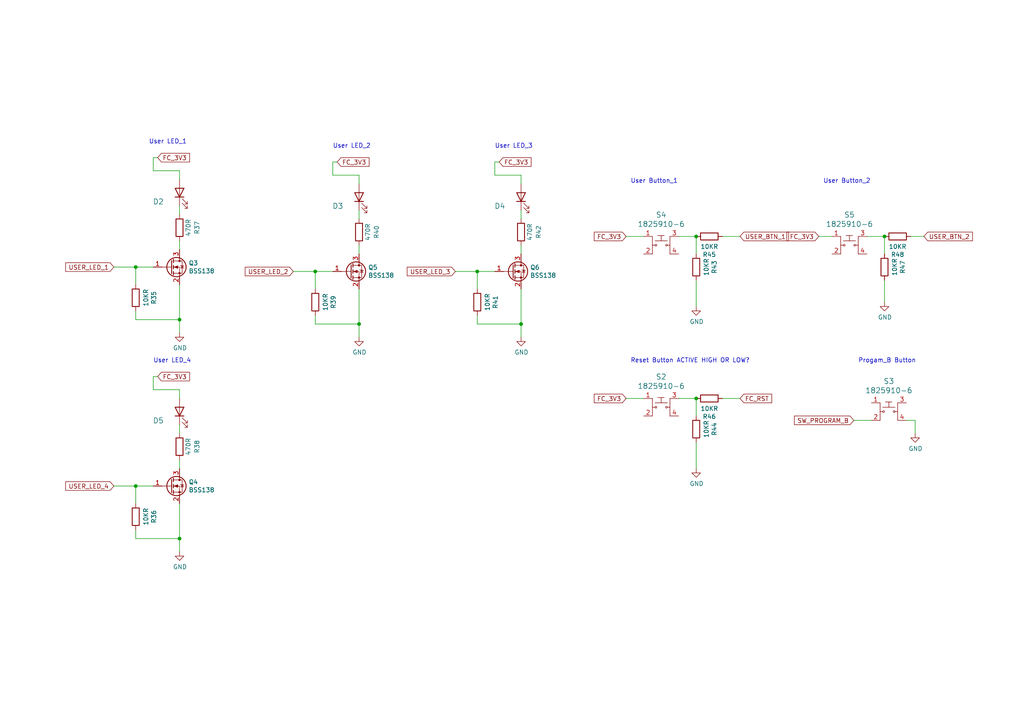
<source format=kicad_sch>
(kicad_sch (version 20230121) (generator eeschema)
  (paper "A4")
  (title_block (title "FOBOS Artix-7 a12t DUT - User Buttons and I/O") (rev "1.0") (company "Cryptographic Engineering Research Group") (comment 1 "License: Apache License Version 2.0") (comment 2 "Copyright © Cryptographic Engineering Research Group") (comment 3 "Author: Jens-Peter Kaps, Eddie Ferrufino") (comment 4 "Project: FOBOS Artix-7 a12t DUT"))
  (lib_symbols
    (symbol "Device:LED" (pin_numbers hide) (pin_names (offset 1.016) hide)
      (property "Reference" "D" (at 0 2.54 0))
      (property "Value" "LED" (at 0 -2.54 0))
      (symbol "LED_0_1"
        (polyline (pts (xy -1.27 -1.27) (xy -1.27 1.27)) (stroke (width 0.254)))
        (polyline (pts (xy -1.27 0) (xy 1.27 0)))
        (polyline (pts (xy 1.27 -1.27) (xy 1.27 1.27) (xy -1.27 0) (xy 1.27 -1.27)) (stroke (width 0.254)))
        (polyline (pts (xy -3.048 -0.762) (xy -4.572 -2.286) (xy -3.81 -2.286) (xy -4.572 -2.286) (xy -4.572 -1.524)))
        (polyline (pts (xy -1.778 -0.762) (xy -3.302 -2.286) (xy -2.54 -2.286) (xy -3.302 -2.286) (xy -3.302 -1.524)))
      )
      (symbol "LED_1_1"
        (pin passive line (at -3.81 0 0) (length 2.54) (name "K") (number "1"))
        (pin passive line (at 3.81 0 180) (length 2.54) (name "A") (number "2"))
      )
    )
    (symbol "Device:R" (pin_numbers hide) (pin_names (offset 0))
      (property "Reference" "R" (at 2.032 0 90))
      (property "Value" "R" (at 0 0 90))
      (symbol "R_0_1"
        (rectangle (start -1.016 -2.54) (end 1.016 2.54) (stroke (width 0.254)))
      )
      (symbol "R_1_1"
        (pin passive line (at 0 3.81 270) (length 1.27) (name "~") (number "1"))
        (pin passive line (at 0 -3.81 90) (length 1.27) (name "~") (number "2"))
      )
    )
    (symbol "Transistor_FET:BSS138" (pin_names hide)
      (property "Reference" "Q" (at 5.08 1.905 0))
      (property "Value" "BSS138" (at 5.08 0 0))
      (symbol "BSS138_0_1"
        (polyline (pts (xy 0.254 0) (xy -2.54 0)))
        (polyline (pts (xy 0.254 1.905) (xy 0.254 -1.905)) (stroke (width 0.254)))
        (polyline (pts (xy 0.762 -1.27) (xy 0.762 -2.286)) (stroke (width 0.254)))
        (polyline (pts (xy 0.762 0.508) (xy 0.762 -0.508)) (stroke (width 0.254)))
        (polyline (pts (xy 0.762 2.286) (xy 0.762 1.27)) (stroke (width 0.254)))
        (polyline (pts (xy 2.54 2.54) (xy 2.54 1.778)))
        (polyline (pts (xy 2.54 -2.54) (xy 2.54 0) (xy 0.762 0)))
        (polyline (pts (xy 0.762 -1.778) (xy 3.302 -1.778) (xy 3.302 1.778) (xy 0.762 1.778)))
        (polyline (pts (xy 1.016 0) (xy 2.032 0.381) (xy 2.032 -0.381) (xy 1.016 0)) (fill (type outline)))
        (polyline (pts (xy 2.794 0.508) (xy 2.921 0.381) (xy 3.683 0.381) (xy 3.81 0.254)))
        (polyline (pts (xy 3.302 0.381) (xy 2.921 -0.254) (xy 3.683 -0.254) (xy 3.302 0.381)))
        (circle (center 1.651 0) (radius 2.794) (stroke (width 0.254)))
        (circle (center 2.54 -1.778) (radius 0.254) (fill (type outline)))
        (circle (center 2.54 1.778) (radius 0.254) (fill (type outline)))
      )
      (symbol "BSS138_1_1"
        (pin input line (at -5.08 0 0) (length 2.54) (name "G") (number "1"))
        (pin passive line (at 2.54 -5.08 90) (length 2.54) (name "S") (number "2"))
        (pin passive line (at 2.54 5.08 270) (length 2.54) (name "D") (number "3"))
      )
    )
    (symbol "cerg:1825910-6" (pin_names (offset 1.016))
      (property "Reference" "S" (at 0 4.572 0))
      (property "Value" "1825910-6" (at 0.127 -5.08 0))
      (symbol "1825910-6_0_1"
        (circle (center -1.524 0) (radius 0.254))
        (polyline (pts (xy -2.54 2.54) (xy -2.54 -2.54)))
        (polyline (pts (xy -1.778 0) (xy -2.54 0)))
        (polyline (pts (xy -1.778 1.27) (xy 1.778 1.27)))
        (polyline (pts (xy 2.54 -2.54) (xy 2.54 2.54)))
        (polyline (pts (xy 2.54 0) (xy 1.778 0)))
        (circle (center 1.524 0) (radius 0.254))
      )
      (symbol "1825910-6_1_1"
        (polyline (pts (xy -1.016 2.794) (xy 0.889 2.794)))
        (polyline (pts (xy 0 2.794) (xy 0 1.27)))
        (pin passive line (at -5.08 2.54 0) (length 2.54) (name "~") (number "1"))
        (pin passive line (at -5.08 -2.54 0) (length 2.54) (name "~") (number "2"))
        (pin passive line (at 5.08 2.54 180) (length 2.54) (name "~") (number "3"))
        (pin passive line (at 5.08 -2.54 180) (length 2.54) (name "~") (number "4"))
      )
    )
    (symbol "power:GND" (power) (pin_names (offset 0))
      (property "Value" "GND" (at 0 -3.81 0))
      (symbol "GND_0_1"
        (polyline (pts (xy 0 0) (xy 0 -1.27) (xy 1.27 -1.27) (xy 0 -2.54) (xy -1.27 -1.27) (xy 0 -1.27)))
      )
      (symbol "GND_1_1"
        (pin power_in line (at 0 0 270) (length 0) hide (name "GND") (number "1"))
      )
    )
  )
  (junction (at 91.44 78.74))
  (junction (at 52.07 92.71))
  (junction (at 138.43 78.74))
  (junction (at 256.54 68.58))
  (junction (at 104.14 93.98))
  (junction (at 39.37 140.97))
  (junction (at 151.13 93.98))
  (junction (at 39.37 77.47))
  (junction (at 201.93 115.57))
  (junction (at 201.93 68.58))
  (junction (at 52.07 156.21))
  (wire (pts (xy 144.78 46.99) (xy 143.51 46.99)))
  (wire (pts (xy 96.52 46.99) (xy 96.52 50.8)))
  (wire (pts (xy 45.72 109.22) (xy 44.45 109.22)))
  (wire (pts (xy 39.37 156.21) (xy 52.07 156.21)))
  (wire (pts (xy 91.44 91.44) (xy 91.44 93.98)))
  (wire (pts (xy 52.07 135.89) (xy 52.07 133.35)))
  (wire (pts (xy 143.51 46.99) (xy 143.51 50.8)))
  (wire (pts (xy 39.37 90.17) (xy 39.37 92.71)))
  (wire (pts (xy 44.45 45.72) (xy 44.45 49.53)))
  (wire (pts (xy 39.37 77.47) (xy 33.02 77.47)))
  (wire (pts (xy 151.13 93.98) (xy 151.13 97.79)))
  (wire (pts (xy 262.89 121.92) (xy 265.43 121.92)))
  (wire (pts (xy 52.07 72.39) (xy 52.07 69.85)))
  (wire (pts (xy 196.85 115.57) (xy 201.93 115.57)))
  (wire (pts (xy 214.63 68.58) (xy 209.55 68.58)))
  (wire (pts (xy 181.61 115.57) (xy 186.69 115.57)))
  (wire (pts (xy 39.37 153.67) (xy 39.37 156.21)))
  (wire (pts (xy 251.46 68.58) (xy 256.54 68.58)))
  (wire (pts (xy 256.54 73.66) (xy 256.54 68.58)))
  (wire (pts (xy 97.79 46.99) (xy 96.52 46.99)))
  (wire (pts (xy 91.44 78.74) (xy 85.09 78.74)))
  (wire (pts (xy 181.61 68.58) (xy 186.69 68.58)))
  (wire (pts (xy 52.07 62.23) (xy 52.07 59.69)))
  (wire (pts (xy 143.51 50.8) (xy 151.13 50.8)))
  (wire (pts (xy 91.44 78.74) (xy 91.44 83.82)))
  (wire (pts (xy 52.07 146.05) (xy 52.07 156.21)))
  (wire (pts (xy 151.13 83.82) (xy 151.13 93.98)))
  (wire (pts (xy 52.07 82.55) (xy 52.07 92.71)))
  (wire (pts (xy 39.37 140.97) (xy 33.02 140.97)))
  (wire (pts (xy 52.07 156.21) (xy 52.07 160.02)))
  (wire (pts (xy 44.45 113.03) (xy 52.07 113.03)))
  (wire (pts (xy 39.37 140.97) (xy 39.37 146.05)))
  (wire (pts (xy 52.07 113.03) (xy 52.07 115.57)))
  (wire (pts (xy 138.43 91.44) (xy 138.43 93.98)))
  (wire (pts (xy 143.51 78.74) (xy 138.43 78.74)))
  (wire (pts (xy 201.93 128.27) (xy 201.93 135.89)))
  (wire (pts (xy 201.93 73.66) (xy 201.93 68.58)))
  (wire (pts (xy 96.52 78.74) (xy 91.44 78.74)))
  (wire (pts (xy 201.93 81.28) (xy 201.93 88.9)))
  (wire (pts (xy 39.37 77.47) (xy 39.37 82.55)))
  (wire (pts (xy 91.44 93.98) (xy 104.14 93.98)))
  (wire (pts (xy 138.43 93.98) (xy 151.13 93.98)))
  (wire (pts (xy 96.52 50.8) (xy 104.14 50.8)))
  (wire (pts (xy 201.93 120.65) (xy 201.93 115.57)))
  (wire (pts (xy 151.13 73.66) (xy 151.13 71.12)))
  (wire (pts (xy 104.14 50.8) (xy 104.14 53.34)))
  (wire (pts (xy 151.13 50.8) (xy 151.13 53.34)))
  (wire (pts (xy 52.07 123.19) (xy 52.07 125.73)))
  (wire (pts (xy 151.13 63.5) (xy 151.13 60.96)))
  (wire (pts (xy 138.43 78.74) (xy 132.08 78.74)))
  (wire (pts (xy 52.07 49.53) (xy 52.07 52.07)))
  (wire (pts (xy 138.43 78.74) (xy 138.43 83.82)))
  (wire (pts (xy 256.54 81.28) (xy 256.54 87.63)))
  (wire (pts (xy 214.63 115.57) (xy 209.55 115.57)))
  (wire (pts (xy 104.14 63.5) (xy 104.14 60.96)))
  (wire (pts (xy 52.07 92.71) (xy 52.07 96.52)))
  (wire (pts (xy 44.45 49.53) (xy 52.07 49.53)))
  (wire (pts (xy 104.14 73.66) (xy 104.14 71.12)))
  (wire (pts (xy 39.37 92.71) (xy 52.07 92.71)))
  (wire (pts (xy 252.73 121.92) (xy 247.65 121.92)))
  (wire (pts (xy 104.14 83.82) (xy 104.14 93.98)))
  (wire (pts (xy 45.72 45.72) (xy 44.45 45.72)))
  (wire (pts (xy 267.97 68.58) (xy 264.16 68.58)))
  (wire (pts (xy 196.85 68.58) (xy 201.93 68.58)))
  (wire (pts (xy 44.45 109.22) (xy 44.45 113.03)))
  (wire (pts (xy 44.45 140.97) (xy 39.37 140.97)))
  (wire (pts (xy 265.43 121.92) (xy 265.43 125.73)))
  (wire (pts (xy 237.49 68.58) (xy 241.3 68.58)))
  (wire (pts (xy 44.45 77.47) (xy 39.37 77.47)))
  (wire (pts (xy 104.14 93.98) (xy 104.14 97.79)))
  (text "User LED_2\n" (at 96.52 43.18 0) (effects (font (size 1.27 1.27)) (justify left bottom)))
  (text "User LED_3" (at 143.51 43.18 0) (effects (font (size 1.27 1.27)) (justify left bottom)))
  (text "User LED_1" (at 43.18 41.91 0) (effects (font (size 1.27 1.27)) (justify left bottom)))
  (text "Reset Button ACTIVE HIGH OR LOW?" (at 182.88 105.41 0) (effects (font (size 1.27 1.27)) (justify left bottom)))
  (text "User Button_1" (at 182.88 53.34 0) (effects (font (size 1.27 1.27)) (justify left bottom)))
  (text "User LED_4" (at 44.45 105.41 0) (effects (font (size 1.27 1.27)) (justify left bottom)))
  (text "Progam_B Button" (at 248.92 105.41 0) (effects (font (size 1.27 1.27)) (justify left bottom)))
  (text "User Button_2" (at 238.76 53.34 0) (effects (font (size 1.27 1.27)) (justify left bottom)))
  (global_label "FC_3V3" (shape input) (at 144.78 46.99 0) (property "Intersheetrefs" "${INTERSHEET_REFS}" (effects hide)))
  (global_label "FC_3V3" (shape input) (at 45.72 109.22 0) (property "Intersheetrefs" "${INTERSHEET_REFS}" (effects hide)))
  (global_label "FC_3V3" (shape input) (at 181.61 115.57 180) (property "Intersheetrefs" "${INTERSHEET_REFS}" (effects hide)))
  (global_label "SW_PROGRAM_B" (shape input) (at 247.65 121.92 180) (property "Intersheetrefs" "${INTERSHEET_REFS}" (effects hide)))
  (global_label "FC_3V3" (shape input) (at 45.72 45.72 0) (property "Intersheetrefs" "${INTERSHEET_REFS}" (effects hide)))
  (global_label "FC_3V3" (shape input) (at 97.79 46.99 0) (property "Intersheetrefs" "${INTERSHEET_REFS}" (effects hide)))
  (global_label "USER_LED_2" (shape input) (at 85.09 78.74 180) (property "Intersheetrefs" "${INTERSHEET_REFS}" (effects hide)))
  (global_label "FC_3V3" (shape input) (at 181.61 68.58 180) (property "Intersheetrefs" "${INTERSHEET_REFS}" (effects hide)))
  (global_label "USER_LED_1" (shape input) (at 33.02 77.47 180) (property "Intersheetrefs" "${INTERSHEET_REFS}" (effects hide)))
  (global_label "FC_3V3" (shape input) (at 237.49 68.58 180) (property "Intersheetrefs" "${INTERSHEET_REFS}" (effects hide)))
  (global_label "FC_RST" (shape input) (at 214.63 115.57 0) (property "Intersheetrefs" "${INTERSHEET_REFS}" (effects hide)))
  (global_label "USER_LED_3" (shape input) (at 132.08 78.74 180) (property "Intersheetrefs" "${INTERSHEET_REFS}" (effects hide)))
  (global_label "USER_BTN_2" (shape input) (at 267.97 68.58 0) (property "Intersheetrefs" "${INTERSHEET_REFS}" (effects hide)))
  (global_label "USER_LED_4" (shape input) (at 33.02 140.97 180) (property "Intersheetrefs" "${INTERSHEET_REFS}" (effects hide)))
  (global_label "USER_BTN_1" (shape input) (at 214.63 68.58 0) (property "Intersheetrefs" "${INTERSHEET_REFS}" (effects hide)))
  (symbol (lib_id "power:GND") (at 52.07 96.52 0) (unit 1)
    (property "Reference" "#PWR035" (effects hide))
    (property "Value" "GND" (at 52.197 100.9142 0))
  )
  (symbol (lib_id "Device:LED") (at 52.07 55.88 90) (unit 1)
    (property "Reference" "D2" (at 47.5488 58.4962 90) (effects (font (size 1.524 1.524)) (justify left)))
    (property "Value" "LG_L29K-G2J1-24-Z" (effects hide))
    (property "Footprint" "LED_SMD:LED_0603_1608Metric" (effects hide))
    (property "Datasheet" "https://dammedia.osram.info/media/resource/hires/osram-dam-2493945/LG%20L29K.pdf" (effects hide))
    (property "Digi-Key_PN" "475-2709-1-ND" (effects hide))
    (property "MPN" "LG L29K-G2J1-24-Z" (effects hide))
    (property "Category" "Optoelectronics" (effects hide))
    (property "Family" "LED Indication - Discrete" (effects hide))
    (property "DK_Datasheet_Link" "https://dammedia.osram.info/media/resource/hires/osram-dam-2493945/LG%20L29K.pdf" (effects hide))
    (property "DK_Detail_Page" "/product-detail/en/osram-opto-semiconductors-inc/LG-L29K-G2J1-24-Z/475-2709-1-ND/1938876" (effects hide))
    (property "Description" "LED GREEN DIFFUSED 0603 SMD" (effects hide))
    (property "Manufacturer" "OSRAM Opto Semiconductors Inc." (effects hide))
    (property "Status" "Active" (effects hide))
  )
  (symbol (lib_id "Device:R") (at 52.07 66.04 0) (unit 1)
    (property "Reference" "R37" (at 57.15 66.04 90))
    (property "Value" "470R" (at 54.61 66.04 90))
    (property "Footprint" "Resistor_SMD:R_0603_1608Metric" (effects hide))
    (property "Description" "RES 470 OHM 5% 1/10W 0603 SMD" (effects hide))
    (property "MPN" "ERJ-U03J471V" (effects hide))
    (property "Manufacturer" "Panasonic Electronic Components" (effects hide))
  )
  (symbol (lib_id "power:GND") (at 104.14 97.79 0) (unit 1)
    (property "Reference" "#PWR037" (effects hide))
    (property "Value" "GND" (at 104.267 102.1842 0))
  )
  (symbol (lib_id "Device:LED") (at 104.14 57.15 90) (unit 1)
    (property "Reference" "D3" (at 99.6188 59.7662 90) (effects (font (size 1.524 1.524)) (justify left)))
    (property "Value" "LG_L29K-G2J1-24-Z" (effects hide))
    (property "Footprint" "LED_SMD:LED_0603_1608Metric" (effects hide))
    (property "Datasheet" "https://dammedia.osram.info/media/resource/hires/osram-dam-2493945/LG%20L29K.pdf" (effects hide))
    (property "Digi-Key_PN" "475-2709-1-ND" (effects hide))
    (property "MPN" "LG L29K-G2J1-24-Z" (effects hide))
    (property "Category" "Optoelectronics" (effects hide))
    (property "Family" "LED Indication - Discrete" (effects hide))
    (property "DK_Datasheet_Link" "https://dammedia.osram.info/media/resource/hires/osram-dam-2493945/LG%20L29K.pdf" (effects hide))
    (property "DK_Detail_Page" "/product-detail/en/osram-opto-semiconductors-inc/LG-L29K-G2J1-24-Z/475-2709-1-ND/1938876" (effects hide))
    (property "Description" "LED GREEN DIFFUSED 0603 SMD" (effects hide))
    (property "Manufacturer" "OSRAM Opto Semiconductors Inc." (effects hide))
    (property "Status" "Active" (effects hide))
  )
  (symbol (lib_id "Device:R") (at 104.14 67.31 0) (unit 1)
    (property "Reference" "R40" (at 109.22 67.31 90))
    (property "Value" "470R" (at 106.68 67.31 90))
    (property "Footprint" "Resistor_SMD:R_0603_1608Metric" (effects hide))
    (property "Description" "RES 470 OHM 5% 1/10W 0603 SMD" (effects hide))
    (property "MPN" "ERJ-U03J471V" (effects hide))
    (property "Manufacturer" "Panasonic Electronic Components" (effects hide))
  )
  (symbol (lib_id "power:GND") (at 151.13 97.79 0) (unit 1)
    (property "Reference" "#PWR038" (effects hide))
    (property "Value" "GND" (at 151.257 102.1842 0))
  )
  (symbol (lib_id "Device:LED") (at 151.13 57.15 90) (unit 1)
    (property "Reference" "D4" (at 146.6088 59.7662 90) (effects (font (size 1.524 1.524)) (justify left)))
    (property "Value" "LG_L29K-G2J1-24-Z" (effects hide))
    (property "Footprint" "LED_SMD:LED_0603_1608Metric" (effects hide))
    (property "Datasheet" "https://dammedia.osram.info/media/resource/hires/osram-dam-2493945/LG%20L29K.pdf" (effects hide))
    (property "Digi-Key_PN" "475-2709-1-ND" (effects hide))
    (property "MPN" "LG L29K-G2J1-24-Z" (effects hide))
    (property "Category" "Optoelectronics" (effects hide))
    (property "Family" "LED Indication - Discrete" (effects hide))
    (property "DK_Datasheet_Link" "https://dammedia.osram.info/media/resource/hires/osram-dam-2493945/LG%20L29K.pdf" (effects hide))
    (property "DK_Detail_Page" "/product-detail/en/osram-opto-semiconductors-inc/LG-L29K-G2J1-24-Z/475-2709-1-ND/1938876" (effects hide))
    (property "Description" "LED GREEN DIFFUSED 0603 SMD" (effects hide))
    (property "Manufacturer" "OSRAM Opto Semiconductors Inc." (effects hide))
    (property "Status" "Active" (effects hide))
  )
  (symbol (lib_id "Device:R") (at 151.13 67.31 0) (unit 1)
    (property "Reference" "R42" (at 156.21 67.31 90))
    (property "Value" "470R" (at 153.67 67.31 90))
    (property "Footprint" "Resistor_SMD:R_0603_1608Metric" (effects hide))
    (property "Description" "RES 470 OHM 5% 1/10W 0603 SMD" (effects hide))
    (property "MPN" "ERJ-U03J471V" (effects hide))
    (property "Manufacturer" "Panasonic Electronic Components" (effects hide))
  )
  (symbol (lib_id "Device:R") (at 39.37 86.36 180) (unit 1)
    (property "Reference" "R35" (at 44.6278 86.36 90))
    (property "Value" "10KR" (at 42.3164 86.36 90))
    (property "Footprint" "Resistor_SMD:R_0603_1608Metric" (effects hide))
    (property "Description" "RES SMD 10K OHM 1% 1/10W 0603" (effects hide))
    (property "MPN" "ERJ-3EKF1002V" (effects hide))
    (property "Manufacturer" "Panasonic Electronic Components" (effects hide))
  )
  (symbol (lib_id "Device:R") (at 91.44 87.63 180) (unit 1)
    (property "Reference" "R39" (at 96.6978 87.63 90))
    (property "Value" "10KR" (at 94.3864 87.63 90))
    (property "Footprint" "Resistor_SMD:R_0603_1608Metric" (effects hide))
    (property "Description" "RES SMD 10K OHM 1% 1/10W 0603" (effects hide))
    (property "MPN" "ERJ-3EKF1002V" (effects hide))
    (property "Manufacturer" "Panasonic Electronic Components" (effects hide))
  )
  (symbol (lib_id "Device:R") (at 138.43 87.63 180) (unit 1)
    (property "Reference" "R41" (at 143.6878 87.63 90))
    (property "Value" "10KR" (at 141.3764 87.63 90))
    (property "Footprint" "Resistor_SMD:R_0603_1608Metric" (effects hide))
    (property "Description" "RES SMD 10K OHM 1% 1/10W 0603" (effects hide))
    (property "MPN" "ERJ-3EKF1002V" (effects hide))
    (property "Manufacturer" "Panasonic Electronic Components" (effects hide))
  )
  (symbol (lib_id "Device:R") (at 201.93 77.47 180) (unit 1)
    (property "Reference" "R43" (at 207.1878 77.47 90))
    (property "Value" "10KR" (at 204.8764 77.47 90))
    (property "Footprint" "Resistor_SMD:R_0603_1608Metric" (effects hide))
    (property "Description" "RES SMD 10K OHM 1% 1/10W 0603" (effects hide))
    (property "MPN" "ERJ-3EKF1002V" (effects hide))
    (property "Manufacturer" "Panasonic Electronic Components" (effects hide))
  )
  (symbol (lib_id "Device:R") (at 256.54 77.47 180) (unit 1)
    (property "Reference" "R47" (at 261.7978 77.47 90))
    (property "Value" "10KR" (at 259.4864 77.47 90))
    (property "Footprint" "Resistor_SMD:R_0603_1608Metric" (effects hide))
    (property "Description" "RES SMD 10K OHM 1% 1/10W 0603" (effects hide))
    (property "MPN" "ERJ-3EKF1002V" (effects hide))
    (property "Manufacturer" "Panasonic Electronic Components" (effects hide))
  )
  (symbol (lib_id "Device:R") (at 205.74 68.58 90) (unit 1)
    (property "Reference" "R45" (at 205.74 73.8378 90))
    (property "Value" "10KR" (at 205.74 71.5264 90))
    (property "Footprint" "Resistor_SMD:R_0603_1608Metric" (effects hide))
    (property "Description" "RES SMD 10K OHM 1% 1/10W 0603" (effects hide))
    (property "MPN" "ERJ-3EKF1002V" (effects hide))
    (property "Manufacturer" "Panasonic Electronic Components" (effects hide))
  )
  (symbol (lib_id "Device:R") (at 260.35 68.58 90) (unit 1)
    (property "Reference" "R48" (at 260.35 73.8378 90))
    (property "Value" "10KR" (at 260.35 71.5264 90))
    (property "Footprint" "Resistor_SMD:R_0603_1608Metric" (effects hide))
    (property "Description" "RES SMD 10K OHM 1% 1/10W 0603" (effects hide))
    (property "MPN" "ERJ-3EKF1002V" (effects hide))
    (property "Manufacturer" "Panasonic Electronic Components" (effects hide))
  )
  (symbol (lib_id "power:GND") (at 201.93 88.9 0) (unit 1)
    (property "Reference" "#PWR039" (effects hide))
    (property "Value" "GND" (at 202.057 93.2942 0))
  )
  (symbol (lib_id "power:GND") (at 256.54 87.63 0) (unit 1)
    (property "Reference" "#PWR041" (effects hide))
    (property "Value" "GND" (at 256.667 92.0242 0))
  )
  (symbol (lib_id "power:GND") (at 52.07 160.02 0) (unit 1)
    (property "Reference" "#PWR036" (effects hide))
    (property "Value" "GND" (at 52.197 164.4142 0))
  )
  (symbol (lib_id "Device:LED") (at 52.07 119.38 90) (unit 1)
    (property "Reference" "D5" (at 47.5488 121.9962 90) (effects (font (size 1.524 1.524)) (justify left)))
    (property "Value" "LG_L29K-G2J1-24-Z" (effects hide))
    (property "Footprint" "LED_SMD:LED_0603_1608Metric" (effects hide))
    (property "Datasheet" "https://dammedia.osram.info/media/resource/hires/osram-dam-2493945/LG%20L29K.pdf" (effects hide))
    (property "Digi-Key_PN" "475-2709-1-ND" (effects hide))
    (property "MPN" "LG L29K-G2J1-24-Z" (effects hide))
    (property "Category" "Optoelectronics" (effects hide))
    (property "Family" "LED Indication - Discrete" (effects hide))
    (property "DK_Datasheet_Link" "https://dammedia.osram.info/media/resource/hires/osram-dam-2493945/LG%20L29K.pdf" (effects hide))
    (property "DK_Detail_Page" "/product-detail/en/osram-opto-semiconductors-inc/LG-L29K-G2J1-24-Z/475-2709-1-ND/1938876" (effects hide))
    (property "Description" "LED GREEN DIFFUSED 0603 SMD" (effects hide))
    (property "Manufacturer" "OSRAM Opto Semiconductors Inc." (effects hide))
    (property "Status" "Active" (effects hide))
  )
  (symbol (lib_id "Device:R") (at 52.07 129.54 0) (unit 1)
    (property "Reference" "R38" (at 57.15 129.54 90))
    (property "Value" "470R" (at 54.61 129.54 90))
    (property "Footprint" "Resistor_SMD:R_0603_1608Metric" (effects hide))
    (property "Description" "RES 470 OHM 5% 1/10W 0603 SMD" (effects hide))
    (property "MPN" "ERJ-U03J471V" (effects hide))
    (property "Manufacturer" "Panasonic Electronic Components" (effects hide))
  )
  (symbol (lib_id "Device:R") (at 39.37 149.86 180) (unit 1)
    (property "Reference" "R36" (at 44.6278 149.86 90))
    (property "Value" "10KR" (at 42.3164 149.86 90))
    (property "Footprint" "Resistor_SMD:R_0603_1608Metric" (effects hide))
    (property "Description" "RES SMD 10K OHM 1% 1/10W 0603" (effects hide))
    (property "MPN" "ERJ-3EKF1002V" (effects hide))
    (property "Manufacturer" "Panasonic Electronic Components" (effects hide))
  )
  (symbol (lib_id "Transistor_FET:BSS138") (at 148.59 78.74 0) (unit 1)
    (property "Reference" "Q6" (at 153.7716 77.5716 0) (effects (justify left)))
    (property "Value" "BSS138" (at 153.7716 79.883 0) (effects (justify left)))
    (property "Footprint" "Package_TO_SOT_SMD:SOT-23" (effects hide))
    (property "Datasheet" "https://www.fairchildsemi.com/datasheets/BS/BSS138.pdf" (effects hide))
    (property "Description" "MOSFET N-CH 50V 220MA SOT23-3" (effects hide))
    (property "MPN" "BSS138" (effects hide))
    (property "Manufacturer" "ON Semiconductor" (effects hide))
  )
  (symbol (lib_id "Transistor_FET:BSS138") (at 101.6 78.74 0) (unit 1)
    (property "Reference" "Q5" (at 106.7816 77.5716 0) (effects (justify left)))
    (property "Value" "BSS138" (at 106.7816 79.883 0) (effects (justify left)))
    (property "Footprint" "Package_TO_SOT_SMD:SOT-23" (effects hide))
    (property "Datasheet" "https://www.onsemi.com/pub/Collateral/BSS138-D.PDF" (effects hide))
    (property "Description" "MOSFET N-CH 50V 220MA SOT23-3" (effects hide))
    (property "MPN" "BSS138" (effects hide))
    (property "Manufacturer" "ON Semiconductor" (effects hide))
  )
  (symbol (lib_id "Transistor_FET:BSS138") (at 49.53 77.47 0) (unit 1)
    (property "Reference" "Q3" (at 54.7116 76.3016 0) (effects (justify left)))
    (property "Value" "BSS138" (at 54.7116 78.613 0) (effects (justify left)))
    (property "Footprint" "Package_TO_SOT_SMD:SOT-23" (effects hide))
    (property "Datasheet" "https://www.onsemi.com/pub/Collateral/BSS138-D.PDF" (effects hide))
    (property "Description" "MOSFET N-CH 50V 220MA SOT23-3" (effects hide))
    (property "MPN" "BSS138" (effects hide))
    (property "Manufacturer" "ON Semiconductor" (effects hide))
  )
  (symbol (lib_id "Transistor_FET:BSS138") (at 49.53 140.97 0) (unit 1)
    (property "Reference" "Q4" (at 54.7116 139.8016 0) (effects (justify left)))
    (property "Value" "BSS138" (at 54.7116 142.113 0) (effects (justify left)))
    (property "Footprint" "Package_TO_SOT_SMD:SOT-23" (effects hide))
    (property "Datasheet" "https://www.onsemi.com/pub/Collateral/BSS138-D.PDF" (effects hide))
    (property "Description" "MOSFET N-CH 50V 220MA SOT23-3" (effects hide))
    (property "MPN" "BSS138" (effects hide))
    (property "Manufacturer" "ON Semiconductor" (effects hide))
  )
  (symbol (lib_id "cerg:1825910-6") (at 191.77 71.12 0) (unit 1)
    (property "Reference" "S4" (at 191.77 62.3062 0) (effects (font (size 1.524 1.524))))
    (property "Value" "1825910-6" (at 191.77 64.9986 0) (effects (font (size 1.524 1.524))))
    (property "Footprint" "cerg:Switch_Tactile_THT_6x6mm" (effects hide))
    (property "Datasheet" "https://www.te.com/commerce/DocumentDelivery/DDEController?Action=srchrtrv&DocNm=1825910&DocType=Customer+Drawing&DocLang=English" (effects hide))
    (property "Digi-Key_PN" "450-1650-ND" (effects hide))
    (property "MPN" "1825910-6" (effects hide))
    (property "Category" "Switches" (effects hide))
    (property "Family" "Tactile Switches" (effects hide))
    (property "DK_Datasheet_Link" "https://www.te.com/commerce/DocumentDelivery/DDEController?Action=srchrtrv&DocNm=1825910&DocType=Customer+Drawing&DocLang=English" (effects hide))
    (property "DK_Detail_Page" "/product-detail/en/te-connectivity-alcoswitch-switches/1825910-6/450-1650-ND/1632536" (effects hide))
    (property "Description" "SWITCH TACTILE SPST-NO 0.05A 24V" (effects hide))
    (property "Manufacturer" "TE Connectivity ALCOSWITCH Switches" (effects hide))
    (property "Status" "Active" (effects hide))
  )
  (symbol (lib_id "cerg:1825910-6") (at 246.38 71.12 0) (unit 1)
    (property "Reference" "S5" (at 246.38 62.3062 0) (effects (font (size 1.524 1.524))))
    (property "Value" "1825910-6" (at 246.38 64.9986 0) (effects (font (size 1.524 1.524))))
    (property "Footprint" "cerg:Switch_Tactile_THT_6x6mm" (effects hide))
    (property "Datasheet" "https://www.te.com/commerce/DocumentDelivery/DDEController?Action=srchrtrv&DocNm=1825910&DocType=Customer+Drawing&DocLang=English" (effects hide))
    (property "Digi-Key_PN" "450-1650-ND" (effects hide))
    (property "MPN" "1825910-6" (effects hide))
    (property "Category" "Switches" (effects hide))
    (property "Family" "Tactile Switches" (effects hide))
    (property "DK_Datasheet_Link" "https://www.te.com/commerce/DocumentDelivery/DDEController?Action=srchrtrv&DocNm=1825910&DocType=Customer+Drawing&DocLang=English" (effects hide))
    (property "DK_Detail_Page" "/product-detail/en/te-connectivity-alcoswitch-switches/1825910-6/450-1650-ND/1632536" (effects hide))
    (property "Description" "SWITCH TACTILE SPST-NO 0.05A 24V" (effects hide))
    (property "Manufacturer" "TE Connectivity ALCOSWITCH Switches" (effects hide))
    (property "Status" "Active" (effects hide))
  )
  (symbol (lib_id "Device:R") (at 201.93 124.46 180) (unit 1)
    (property "Reference" "R44" (at 207.1878 124.46 90))
    (property "Value" "10KR" (at 204.8764 124.46 90))
    (property "Footprint" "Resistor_SMD:R_0603_1608Metric" (effects hide))
    (property "Description" "RES SMD 10K OHM 1% 1/10W 0603" (effects hide))
    (property "MPN" "ERJ-3EKF1002V" (effects hide))
    (property "Manufacturer" "Panasonic Electronic Components" (effects hide))
  )
  (symbol (lib_id "Device:R") (at 205.74 115.57 90) (unit 1)
    (property "Reference" "R46" (at 205.74 120.8278 90))
    (property "Value" "10KR" (at 205.74 118.5164 90))
    (property "Footprint" "Resistor_SMD:R_0603_1608Metric" (effects hide))
    (property "Description" "RES SMD 10K OHM 1% 1/10W 0603" (effects hide))
    (property "MPN" "ERJ-3EKF1002V" (effects hide))
    (property "Manufacturer" "Panasonic Electronic Components" (effects hide))
  )
  (symbol (lib_id "power:GND") (at 201.93 135.89 0) (unit 1)
    (property "Reference" "#PWR040" (effects hide))
    (property "Value" "GND" (at 202.057 140.2842 0))
  )
  (symbol (lib_id "cerg:1825910-6") (at 191.77 118.11 0) (unit 1)
    (property "Reference" "S2" (at 191.77 109.2962 0) (effects (font (size 1.524 1.524))))
    (property "Value" "1825910-6" (at 191.77 111.9886 0) (effects (font (size 1.524 1.524))))
    (property "Footprint" "cerg:Switch_Tactile_THT_6x6mm" (effects hide))
    (property "Datasheet" "https://www.te.com/commerce/DocumentDelivery/DDEController?Action=srchrtrv&DocNm=1825910&DocType=Customer+Drawing&DocLang=English" (effects hide))
    (property "Digi-Key_PN" "450-1650-ND" (effects hide))
    (property "MPN" "1825910-6" (effects hide))
    (property "Category" "Switches" (effects hide))
    (property "Family" "Tactile Switches" (effects hide))
    (property "DK_Datasheet_Link" "https://www.te.com/commerce/DocumentDelivery/DDEController?Action=srchrtrv&DocNm=1825910&DocType=Customer+Drawing&DocLang=English" (effects hide))
    (property "DK_Detail_Page" "/product-detail/en/te-connectivity-alcoswitch-switches/1825910-6/450-1650-ND/1632536" (effects hide))
    (property "Description" "SWITCH TACTILE SPST-NO 0.05A 24V" (effects hide))
    (property "Manufacturer" "TE Connectivity ALCOSWITCH Switches" (effects hide))
    (property "Status" "Active" (effects hide))
  )
  (symbol (lib_id "power:GND") (at 265.43 125.73 0) (unit 1)
    (property "Reference" "#PWR042" (effects hide))
    (property "Value" "GND" (at 265.557 130.1242 0))
  )
  (symbol (lib_id "cerg:1825910-6") (at 257.81 119.38 0) (unit 1)
    (property "Reference" "S3" (at 257.81 110.5662 0) (effects (font (size 1.524 1.524))))
    (property "Value" "1825910-6" (at 257.81 113.2586 0) (effects (font (size 1.524 1.524))))
    (property "Footprint" "cerg:Switch_Tactile_THT_6x6mm" (effects hide))
    (property "Datasheet" "https://www.te.com/commerce/DocumentDelivery/DDEController?Action=srchrtrv&DocNm=1825910&DocType=Customer+Drawing&DocLang=English" (effects hide))
    (property "Digi-Key_PN" "450-1650-ND" (effects hide))
    (property "MPN" "1825910-6" (effects hide))
    (property "Category" "Switches" (effects hide))
    (property "Family" "Tactile Switches" (effects hide))
    (property "DK_Datasheet_Link" "https://www.te.com/commerce/DocumentDelivery/DDEController?Action=srchrtrv&DocNm=1825910&DocType=Customer+Drawing&DocLang=English" (effects hide))
    (property "DK_Detail_Page" "/product-detail/en/te-connectivity-alcoswitch-switches/1825910-6/450-1650-ND/1632536" (effects hide))
    (property "Description" "SWITCH TACTILE SPST-NO 0.05A 24V" (effects hide))
    (property "Manufacturer" "TE Connectivity ALCOSWITCH Switches" (effects hide))
    (property "Status" "Active" (effects hide))
  )
)
</source>
